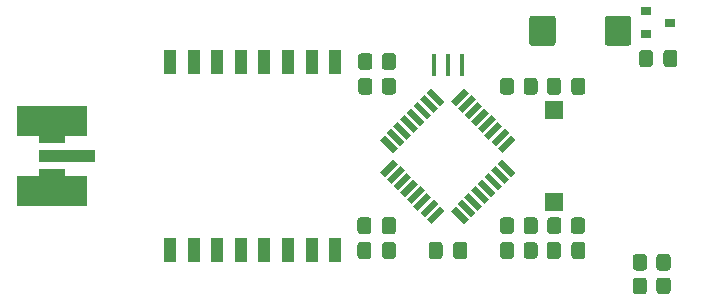
<source format=gbr>
%TF.GenerationSoftware,KiCad,Pcbnew,(5.1.10)-1*%
%TF.CreationDate,2021-09-20T23:46:16+02:00*%
%TF.ProjectId,LoRaProMini,4c6f5261-5072-46f4-9d69-6e692e6b6963,3.0*%
%TF.SameCoordinates,Original*%
%TF.FileFunction,Paste,Top*%
%TF.FilePolarity,Positive*%
%FSLAX46Y46*%
G04 Gerber Fmt 4.6, Leading zero omitted, Abs format (unit mm)*
G04 Created by KiCad (PCBNEW (5.1.10)-1) date 2021-09-20 23:46:16*
%MOMM*%
%LPD*%
G01*
G04 APERTURE LIST*
%ADD10R,1.000000X2.000000*%
%ADD11C,0.100000*%
%ADD12R,0.900000X0.800000*%
%ADD13R,0.400000X1.900000*%
%ADD14R,1.500000X1.500000*%
%ADD15R,6.000000X2.500000*%
%ADD16R,4.700000X1.000000*%
%ADD17R,2.200000X1.050000*%
G04 APERTURE END LIST*
D10*
%TO.C,U2*%
X127399000Y-98690000D03*
X125399000Y-98690000D03*
X123399000Y-98690000D03*
X121399000Y-98690000D03*
X119399000Y-98690000D03*
X117399000Y-98690000D03*
X115399000Y-98690000D03*
X113399000Y-98690000D03*
X113399000Y-82690000D03*
X115399000Y-82690000D03*
X117399000Y-82690000D03*
X119399000Y-82690000D03*
X121399000Y-82690000D03*
X123399000Y-82690000D03*
X125399000Y-82690000D03*
X127399000Y-82690000D03*
%TD*%
D11*
%TO.C,U4*%
G36*
X141164963Y-91344074D02*
G01*
X141553872Y-90955165D01*
X142685243Y-92086536D01*
X142296334Y-92475445D01*
X141164963Y-91344074D01*
G37*
G36*
X140599277Y-91909759D02*
G01*
X140988186Y-91520850D01*
X142119557Y-92652221D01*
X141730648Y-93041130D01*
X140599277Y-91909759D01*
G37*
G36*
X140033592Y-92475445D02*
G01*
X140422501Y-92086536D01*
X141553872Y-93217907D01*
X141164963Y-93606816D01*
X140033592Y-92475445D01*
G37*
G36*
X139467907Y-93041130D02*
G01*
X139856816Y-92652221D01*
X140988187Y-93783592D01*
X140599278Y-94172501D01*
X139467907Y-93041130D01*
G37*
G36*
X138902221Y-93606816D02*
G01*
X139291130Y-93217907D01*
X140422501Y-94349278D01*
X140033592Y-94738187D01*
X138902221Y-93606816D01*
G37*
G36*
X138336536Y-94172501D02*
G01*
X138725445Y-93783592D01*
X139856816Y-94914963D01*
X139467907Y-95303872D01*
X138336536Y-94172501D01*
G37*
G36*
X137770850Y-94738186D02*
G01*
X138159759Y-94349277D01*
X139291130Y-95480648D01*
X138902221Y-95869557D01*
X137770850Y-94738186D01*
G37*
G36*
X137205165Y-95303872D02*
G01*
X137594074Y-94914963D01*
X138725445Y-96046334D01*
X138336536Y-96435243D01*
X137205165Y-95303872D01*
G37*
G36*
X136285926Y-94914963D02*
G01*
X136674835Y-95303872D01*
X135543464Y-96435243D01*
X135154555Y-96046334D01*
X136285926Y-94914963D01*
G37*
G36*
X135720241Y-94349277D02*
G01*
X136109150Y-94738186D01*
X134977779Y-95869557D01*
X134588870Y-95480648D01*
X135720241Y-94349277D01*
G37*
G36*
X135154555Y-93783592D02*
G01*
X135543464Y-94172501D01*
X134412093Y-95303872D01*
X134023184Y-94914963D01*
X135154555Y-93783592D01*
G37*
G36*
X134588870Y-93217907D02*
G01*
X134977779Y-93606816D01*
X133846408Y-94738187D01*
X133457499Y-94349278D01*
X134588870Y-93217907D01*
G37*
G36*
X134023184Y-92652221D02*
G01*
X134412093Y-93041130D01*
X133280722Y-94172501D01*
X132891813Y-93783592D01*
X134023184Y-92652221D01*
G37*
G36*
X133457499Y-92086536D02*
G01*
X133846408Y-92475445D01*
X132715037Y-93606816D01*
X132326128Y-93217907D01*
X133457499Y-92086536D01*
G37*
G36*
X132891814Y-91520850D02*
G01*
X133280723Y-91909759D01*
X132149352Y-93041130D01*
X131760443Y-92652221D01*
X132891814Y-91520850D01*
G37*
G36*
X132326128Y-90955165D02*
G01*
X132715037Y-91344074D01*
X131583666Y-92475445D01*
X131194757Y-92086536D01*
X132326128Y-90955165D01*
G37*
G36*
X131194757Y-89293464D02*
G01*
X131583666Y-88904555D01*
X132715037Y-90035926D01*
X132326128Y-90424835D01*
X131194757Y-89293464D01*
G37*
G36*
X131760443Y-88727779D02*
G01*
X132149352Y-88338870D01*
X133280723Y-89470241D01*
X132891814Y-89859150D01*
X131760443Y-88727779D01*
G37*
G36*
X132326128Y-88162093D02*
G01*
X132715037Y-87773184D01*
X133846408Y-88904555D01*
X133457499Y-89293464D01*
X132326128Y-88162093D01*
G37*
G36*
X132891813Y-87596408D02*
G01*
X133280722Y-87207499D01*
X134412093Y-88338870D01*
X134023184Y-88727779D01*
X132891813Y-87596408D01*
G37*
G36*
X133457499Y-87030722D02*
G01*
X133846408Y-86641813D01*
X134977779Y-87773184D01*
X134588870Y-88162093D01*
X133457499Y-87030722D01*
G37*
G36*
X134023184Y-86465037D02*
G01*
X134412093Y-86076128D01*
X135543464Y-87207499D01*
X135154555Y-87596408D01*
X134023184Y-86465037D01*
G37*
G36*
X134588870Y-85899352D02*
G01*
X134977779Y-85510443D01*
X136109150Y-86641814D01*
X135720241Y-87030723D01*
X134588870Y-85899352D01*
G37*
G36*
X135154555Y-85333666D02*
G01*
X135543464Y-84944757D01*
X136674835Y-86076128D01*
X136285926Y-86465037D01*
X135154555Y-85333666D01*
G37*
G36*
X138336536Y-84944757D02*
G01*
X138725445Y-85333666D01*
X137594074Y-86465037D01*
X137205165Y-86076128D01*
X138336536Y-84944757D01*
G37*
G36*
X138902221Y-85510443D02*
G01*
X139291130Y-85899352D01*
X138159759Y-87030723D01*
X137770850Y-86641814D01*
X138902221Y-85510443D01*
G37*
G36*
X139467907Y-86076128D02*
G01*
X139856816Y-86465037D01*
X138725445Y-87596408D01*
X138336536Y-87207499D01*
X139467907Y-86076128D01*
G37*
G36*
X140033592Y-86641813D02*
G01*
X140422501Y-87030722D01*
X139291130Y-88162093D01*
X138902221Y-87773184D01*
X140033592Y-86641813D01*
G37*
G36*
X140599278Y-87207499D02*
G01*
X140988187Y-87596408D01*
X139856816Y-88727779D01*
X139467907Y-88338870D01*
X140599278Y-87207499D01*
G37*
G36*
X141164963Y-87773184D02*
G01*
X141553872Y-88162093D01*
X140422501Y-89293464D01*
X140033592Y-88904555D01*
X141164963Y-87773184D01*
G37*
G36*
X141730648Y-88338870D02*
G01*
X142119557Y-88727779D01*
X140988186Y-89859150D01*
X140599277Y-89470241D01*
X141730648Y-88338870D01*
G37*
G36*
X142296334Y-88904555D02*
G01*
X142685243Y-89293464D01*
X141553872Y-90424835D01*
X141164963Y-90035926D01*
X142296334Y-88904555D01*
G37*
%TD*%
%TO.C,R8*%
G36*
G01*
X153790000Y-99239999D02*
X153790000Y-100140001D01*
G75*
G02*
X153540001Y-100390000I-249999J0D01*
G01*
X152839999Y-100390000D01*
G75*
G02*
X152590000Y-100140001I0J249999D01*
G01*
X152590000Y-99239999D01*
G75*
G02*
X152839999Y-98990000I249999J0D01*
G01*
X153540001Y-98990000D01*
G75*
G02*
X153790000Y-99239999I0J-249999D01*
G01*
G37*
G36*
G01*
X155790000Y-99239999D02*
X155790000Y-100140001D01*
G75*
G02*
X155540001Y-100390000I-249999J0D01*
G01*
X154839999Y-100390000D01*
G75*
G02*
X154590000Y-100140001I0J249999D01*
G01*
X154590000Y-99239999D01*
G75*
G02*
X154839999Y-98990000I249999J0D01*
G01*
X155540001Y-98990000D01*
G75*
G02*
X155790000Y-99239999I0J-249999D01*
G01*
G37*
%TD*%
%TO.C,R7*%
G36*
G01*
X153790000Y-101239999D02*
X153790000Y-102140001D01*
G75*
G02*
X153540001Y-102390000I-249999J0D01*
G01*
X152839999Y-102390000D01*
G75*
G02*
X152590000Y-102140001I0J249999D01*
G01*
X152590000Y-101239999D01*
G75*
G02*
X152839999Y-100990000I249999J0D01*
G01*
X153540001Y-100990000D01*
G75*
G02*
X153790000Y-101239999I0J-249999D01*
G01*
G37*
G36*
G01*
X155790000Y-101239999D02*
X155790000Y-102140001D01*
G75*
G02*
X155540001Y-102390000I-249999J0D01*
G01*
X154839999Y-102390000D01*
G75*
G02*
X154590000Y-102140001I0J249999D01*
G01*
X154590000Y-101239999D01*
G75*
G02*
X154839999Y-100990000I249999J0D01*
G01*
X155540001Y-100990000D01*
G75*
G02*
X155790000Y-101239999I0J-249999D01*
G01*
G37*
%TD*%
D12*
%TO.C,U1*%
X155740000Y-79390000D03*
X153740000Y-80340000D03*
X153740000Y-78440000D03*
%TD*%
D13*
%TO.C,Y1*%
X135740000Y-82990000D03*
X136940000Y-82990000D03*
X138140000Y-82990000D03*
%TD*%
D14*
%TO.C,SW1*%
X145940000Y-86790000D03*
X145940000Y-94590000D03*
%TD*%
%TO.C,R6*%
G36*
G01*
X147340000Y-97040001D02*
X147340000Y-96139999D01*
G75*
G02*
X147589999Y-95890000I249999J0D01*
G01*
X148290001Y-95890000D01*
G75*
G02*
X148540000Y-96139999I0J-249999D01*
G01*
X148540000Y-97040001D01*
G75*
G02*
X148290001Y-97290000I-249999J0D01*
G01*
X147589999Y-97290000D01*
G75*
G02*
X147340000Y-97040001I0J249999D01*
G01*
G37*
G36*
G01*
X145340000Y-97040001D02*
X145340000Y-96139999D01*
G75*
G02*
X145589999Y-95890000I249999J0D01*
G01*
X146290001Y-95890000D01*
G75*
G02*
X146540000Y-96139999I0J-249999D01*
G01*
X146540000Y-97040001D01*
G75*
G02*
X146290001Y-97290000I-249999J0D01*
G01*
X145589999Y-97290000D01*
G75*
G02*
X145340000Y-97040001I0J249999D01*
G01*
G37*
%TD*%
%TO.C,C7*%
G36*
G01*
X146490000Y-98215000D02*
X146490000Y-99165000D01*
G75*
G02*
X146240000Y-99415000I-250000J0D01*
G01*
X145565000Y-99415000D01*
G75*
G02*
X145315000Y-99165000I0J250000D01*
G01*
X145315000Y-98215000D01*
G75*
G02*
X145565000Y-97965000I250000J0D01*
G01*
X146240000Y-97965000D01*
G75*
G02*
X146490000Y-98215000I0J-250000D01*
G01*
G37*
G36*
G01*
X148565000Y-98215000D02*
X148565000Y-99165000D01*
G75*
G02*
X148315000Y-99415000I-250000J0D01*
G01*
X147640000Y-99415000D01*
G75*
G02*
X147390000Y-99165000I0J250000D01*
G01*
X147390000Y-98215000D01*
G75*
G02*
X147640000Y-97965000I250000J0D01*
G01*
X148315000Y-97965000D01*
G75*
G02*
X148565000Y-98215000I0J-250000D01*
G01*
G37*
%TD*%
%TO.C,C6*%
G36*
G01*
X130452500Y-96115000D02*
X130452500Y-97065000D01*
G75*
G02*
X130202500Y-97315000I-250000J0D01*
G01*
X129527500Y-97315000D01*
G75*
G02*
X129277500Y-97065000I0J250000D01*
G01*
X129277500Y-96115000D01*
G75*
G02*
X129527500Y-95865000I250000J0D01*
G01*
X130202500Y-95865000D01*
G75*
G02*
X130452500Y-96115000I0J-250000D01*
G01*
G37*
G36*
G01*
X132527500Y-96115000D02*
X132527500Y-97065000D01*
G75*
G02*
X132277500Y-97315000I-250000J0D01*
G01*
X131602500Y-97315000D01*
G75*
G02*
X131352500Y-97065000I0J250000D01*
G01*
X131352500Y-96115000D01*
G75*
G02*
X131602500Y-95865000I250000J0D01*
G01*
X132277500Y-95865000D01*
G75*
G02*
X132527500Y-96115000I0J-250000D01*
G01*
G37*
%TD*%
D15*
%TO.C,AE1*%
X103440000Y-93692000D03*
X103440000Y-87692000D03*
D16*
X104649000Y-90690000D03*
D17*
X103440000Y-89092000D03*
X103440000Y-92292000D03*
%TD*%
%TO.C,C1*%
G36*
G01*
X131352500Y-99165000D02*
X131352500Y-98215000D01*
G75*
G02*
X131602500Y-97965000I250000J0D01*
G01*
X132277500Y-97965000D01*
G75*
G02*
X132527500Y-98215000I0J-250000D01*
G01*
X132527500Y-99165000D01*
G75*
G02*
X132277500Y-99415000I-250000J0D01*
G01*
X131602500Y-99415000D01*
G75*
G02*
X131352500Y-99165000I0J250000D01*
G01*
G37*
G36*
G01*
X129277500Y-99165000D02*
X129277500Y-98215000D01*
G75*
G02*
X129527500Y-97965000I250000J0D01*
G01*
X130202500Y-97965000D01*
G75*
G02*
X130452500Y-98215000I0J-250000D01*
G01*
X130452500Y-99165000D01*
G75*
G02*
X130202500Y-99415000I-250000J0D01*
G01*
X129527500Y-99415000D01*
G75*
G02*
X129277500Y-99165000I0J250000D01*
G01*
G37*
%TD*%
%TO.C,C2*%
G36*
G01*
X155190000Y-82915000D02*
X155190000Y-81965000D01*
G75*
G02*
X155440000Y-81715000I250000J0D01*
G01*
X156115000Y-81715000D01*
G75*
G02*
X156365000Y-81965000I0J-250000D01*
G01*
X156365000Y-82915000D01*
G75*
G02*
X156115000Y-83165000I-250000J0D01*
G01*
X155440000Y-83165000D01*
G75*
G02*
X155190000Y-82915000I0J250000D01*
G01*
G37*
G36*
G01*
X153115000Y-82915000D02*
X153115000Y-81965000D01*
G75*
G02*
X153365000Y-81715000I250000J0D01*
G01*
X154040000Y-81715000D01*
G75*
G02*
X154290000Y-81965000I0J-250000D01*
G01*
X154290000Y-82915000D01*
G75*
G02*
X154040000Y-83165000I-250000J0D01*
G01*
X153365000Y-83165000D01*
G75*
G02*
X153115000Y-82915000I0J250000D01*
G01*
G37*
%TD*%
%TO.C,C5*%
G36*
G01*
X146065000Y-79064999D02*
X146065000Y-81115001D01*
G75*
G02*
X145815001Y-81365000I-249999J0D01*
G01*
X144064999Y-81365000D01*
G75*
G02*
X143815000Y-81115001I0J249999D01*
G01*
X143815000Y-79064999D01*
G75*
G02*
X144064999Y-78815000I249999J0D01*
G01*
X145815001Y-78815000D01*
G75*
G02*
X146065000Y-79064999I0J-249999D01*
G01*
G37*
G36*
G01*
X152465000Y-79064999D02*
X152465000Y-81115001D01*
G75*
G02*
X152215001Y-81365000I-249999J0D01*
G01*
X150464999Y-81365000D01*
G75*
G02*
X150215000Y-81115001I0J249999D01*
G01*
X150215000Y-79064999D01*
G75*
G02*
X150464999Y-78815000I249999J0D01*
G01*
X152215001Y-78815000D01*
G75*
G02*
X152465000Y-79064999I0J-249999D01*
G01*
G37*
%TD*%
%TO.C,R5*%
G36*
G01*
X143340000Y-85240001D02*
X143340000Y-84339999D01*
G75*
G02*
X143589999Y-84090000I249999J0D01*
G01*
X144290001Y-84090000D01*
G75*
G02*
X144540000Y-84339999I0J-249999D01*
G01*
X144540000Y-85240001D01*
G75*
G02*
X144290001Y-85490000I-249999J0D01*
G01*
X143589999Y-85490000D01*
G75*
G02*
X143340000Y-85240001I0J249999D01*
G01*
G37*
G36*
G01*
X141340000Y-85240001D02*
X141340000Y-84339999D01*
G75*
G02*
X141589999Y-84090000I249999J0D01*
G01*
X142290001Y-84090000D01*
G75*
G02*
X142540000Y-84339999I0J-249999D01*
G01*
X142540000Y-85240001D01*
G75*
G02*
X142290001Y-85490000I-249999J0D01*
G01*
X141589999Y-85490000D01*
G75*
G02*
X141340000Y-85240001I0J249999D01*
G01*
G37*
%TD*%
%TO.C,R4*%
G36*
G01*
X143340000Y-99140001D02*
X143340000Y-98239999D01*
G75*
G02*
X143589999Y-97990000I249999J0D01*
G01*
X144290001Y-97990000D01*
G75*
G02*
X144540000Y-98239999I0J-249999D01*
G01*
X144540000Y-99140001D01*
G75*
G02*
X144290001Y-99390000I-249999J0D01*
G01*
X143589999Y-99390000D01*
G75*
G02*
X143340000Y-99140001I0J249999D01*
G01*
G37*
G36*
G01*
X141340000Y-99140001D02*
X141340000Y-98239999D01*
G75*
G02*
X141589999Y-97990000I249999J0D01*
G01*
X142290001Y-97990000D01*
G75*
G02*
X142540000Y-98239999I0J-249999D01*
G01*
X142540000Y-99140001D01*
G75*
G02*
X142290001Y-99390000I-249999J0D01*
G01*
X141589999Y-99390000D01*
G75*
G02*
X141340000Y-99140001I0J249999D01*
G01*
G37*
%TD*%
%TO.C,R3*%
G36*
G01*
X142540000Y-96139999D02*
X142540000Y-97040001D01*
G75*
G02*
X142290001Y-97290000I-249999J0D01*
G01*
X141589999Y-97290000D01*
G75*
G02*
X141340000Y-97040001I0J249999D01*
G01*
X141340000Y-96139999D01*
G75*
G02*
X141589999Y-95890000I249999J0D01*
G01*
X142290001Y-95890000D01*
G75*
G02*
X142540000Y-96139999I0J-249999D01*
G01*
G37*
G36*
G01*
X144540000Y-96139999D02*
X144540000Y-97040001D01*
G75*
G02*
X144290001Y-97290000I-249999J0D01*
G01*
X143589999Y-97290000D01*
G75*
G02*
X143340000Y-97040001I0J249999D01*
G01*
X143340000Y-96139999D01*
G75*
G02*
X143589999Y-95890000I249999J0D01*
G01*
X144290001Y-95890000D01*
G75*
G02*
X144540000Y-96139999I0J-249999D01*
G01*
G37*
%TD*%
%TO.C,R2*%
G36*
G01*
X131340000Y-85240001D02*
X131340000Y-84339999D01*
G75*
G02*
X131589999Y-84090000I249999J0D01*
G01*
X132290001Y-84090000D01*
G75*
G02*
X132540000Y-84339999I0J-249999D01*
G01*
X132540000Y-85240001D01*
G75*
G02*
X132290001Y-85490000I-249999J0D01*
G01*
X131589999Y-85490000D01*
G75*
G02*
X131340000Y-85240001I0J249999D01*
G01*
G37*
G36*
G01*
X129340000Y-85240400D02*
X129340000Y-84339600D01*
G75*
G02*
X129589600Y-84090000I249600J0D01*
G01*
X130290400Y-84090000D01*
G75*
G02*
X130540000Y-84339600I0J-249600D01*
G01*
X130540000Y-85240400D01*
G75*
G02*
X130290400Y-85490000I-249600J0D01*
G01*
X129589600Y-85490000D01*
G75*
G02*
X129340000Y-85240400I0J249600D01*
G01*
G37*
%TD*%
%TO.C,R1*%
G36*
G01*
X130540000Y-82239999D02*
X130540000Y-83140001D01*
G75*
G02*
X130290001Y-83390000I-249999J0D01*
G01*
X129589999Y-83390000D01*
G75*
G02*
X129340000Y-83140001I0J249999D01*
G01*
X129340000Y-82239999D01*
G75*
G02*
X129589999Y-81990000I249999J0D01*
G01*
X130290001Y-81990000D01*
G75*
G02*
X130540000Y-82239999I0J-249999D01*
G01*
G37*
G36*
G01*
X132540000Y-82239999D02*
X132540000Y-83140001D01*
G75*
G02*
X132290001Y-83390000I-249999J0D01*
G01*
X131589999Y-83390000D01*
G75*
G02*
X131340000Y-83140001I0J249999D01*
G01*
X131340000Y-82239999D01*
G75*
G02*
X131589999Y-81990000I249999J0D01*
G01*
X132290001Y-81990000D01*
G75*
G02*
X132540000Y-82239999I0J-249999D01*
G01*
G37*
%TD*%
%TO.C,C4*%
G36*
G01*
X136490000Y-98215000D02*
X136490000Y-99165000D01*
G75*
G02*
X136240000Y-99415000I-250000J0D01*
G01*
X135565000Y-99415000D01*
G75*
G02*
X135315000Y-99165000I0J250000D01*
G01*
X135315000Y-98215000D01*
G75*
G02*
X135565000Y-97965000I250000J0D01*
G01*
X136240000Y-97965000D01*
G75*
G02*
X136490000Y-98215000I0J-250000D01*
G01*
G37*
G36*
G01*
X138565000Y-98215000D02*
X138565000Y-99165000D01*
G75*
G02*
X138315000Y-99415000I-250000J0D01*
G01*
X137640000Y-99415000D01*
G75*
G02*
X137390000Y-99165000I0J250000D01*
G01*
X137390000Y-98215000D01*
G75*
G02*
X137640000Y-97965000I250000J0D01*
G01*
X138315000Y-97965000D01*
G75*
G02*
X138565000Y-98215000I0J-250000D01*
G01*
G37*
%TD*%
%TO.C,C3*%
G36*
G01*
X146490000Y-84315000D02*
X146490000Y-85265000D01*
G75*
G02*
X146240000Y-85515000I-250000J0D01*
G01*
X145565000Y-85515000D01*
G75*
G02*
X145315000Y-85265000I0J250000D01*
G01*
X145315000Y-84315000D01*
G75*
G02*
X145565000Y-84065000I250000J0D01*
G01*
X146240000Y-84065000D01*
G75*
G02*
X146490000Y-84315000I0J-250000D01*
G01*
G37*
G36*
G01*
X148565000Y-84315000D02*
X148565000Y-85265000D01*
G75*
G02*
X148315000Y-85515000I-250000J0D01*
G01*
X147640000Y-85515000D01*
G75*
G02*
X147390000Y-85265000I0J250000D01*
G01*
X147390000Y-84315000D01*
G75*
G02*
X147640000Y-84065000I250000J0D01*
G01*
X148315000Y-84065000D01*
G75*
G02*
X148565000Y-84315000I0J-250000D01*
G01*
G37*
%TD*%
M02*

</source>
